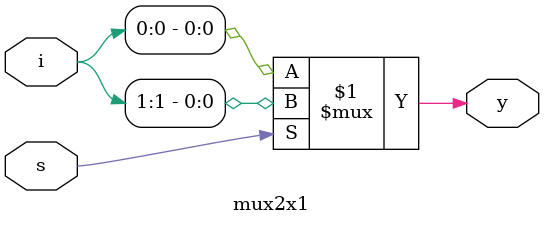
<source format=v>
`timescale 1ns / 1ps


module mux2x1(input[1:0]i,input s,output y);
assign y=(s)?i[1]:i[0];
   
endmodule

</source>
